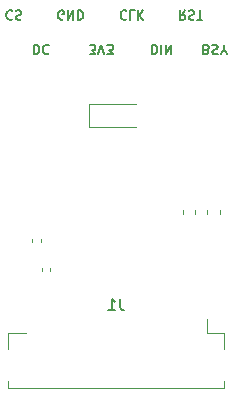
<source format=gbr>
G04 #@! TF.GenerationSoftware,KiCad,Pcbnew,(5.1.9)-1*
G04 #@! TF.CreationDate,2021-02-07T21:53:58-06:00*
G04 #@! TF.ProjectId,epaper-102,65706170-6572-42d3-9130-322e6b696361,rev?*
G04 #@! TF.SameCoordinates,Original*
G04 #@! TF.FileFunction,Legend,Bot*
G04 #@! TF.FilePolarity,Positive*
%FSLAX46Y46*%
G04 Gerber Fmt 4.6, Leading zero omitted, Abs format (unit mm)*
G04 Created by KiCad (PCBNEW (5.1.9)-1) date 2021-02-07 21:53:58*
%MOMM*%
%LPD*%
G01*
G04 APERTURE LIST*
%ADD10C,0.153000*%
%ADD11C,0.120000*%
%ADD12C,0.150000*%
G04 APERTURE END LIST*
D10*
X31109523Y-67338095D02*
X31604761Y-67338095D01*
X31338095Y-67033333D01*
X31452380Y-67033333D01*
X31528571Y-66995238D01*
X31566666Y-66957142D01*
X31604761Y-66880952D01*
X31604761Y-66690476D01*
X31566666Y-66614285D01*
X31528571Y-66576190D01*
X31452380Y-66538095D01*
X31223809Y-66538095D01*
X31147619Y-66576190D01*
X31109523Y-66614285D01*
X31833333Y-67338095D02*
X32100000Y-66538095D01*
X32366666Y-67338095D01*
X32557142Y-67338095D02*
X33052380Y-67338095D01*
X32785714Y-67033333D01*
X32899999Y-67033333D01*
X32976190Y-66995238D01*
X33014285Y-66957142D01*
X33052380Y-66880952D01*
X33052380Y-66690476D01*
X33014285Y-66614285D01*
X32976190Y-66576190D01*
X32899999Y-66538095D01*
X32671428Y-66538095D01*
X32595238Y-66576190D01*
X32557142Y-66614285D01*
X28890476Y-64400000D02*
X28814285Y-64438095D01*
X28700000Y-64438095D01*
X28585714Y-64400000D01*
X28509523Y-64323809D01*
X28471428Y-64247619D01*
X28433333Y-64095238D01*
X28433333Y-63980952D01*
X28471428Y-63828571D01*
X28509523Y-63752380D01*
X28585714Y-63676190D01*
X28700000Y-63638095D01*
X28776190Y-63638095D01*
X28890476Y-63676190D01*
X28928571Y-63714285D01*
X28928571Y-63980952D01*
X28776190Y-63980952D01*
X29271428Y-63638095D02*
X29271428Y-64438095D01*
X29728571Y-63638095D01*
X29728571Y-64438095D01*
X30109523Y-63638095D02*
X30109523Y-64438095D01*
X30300000Y-64438095D01*
X30414285Y-64400000D01*
X30490476Y-64323809D01*
X30528571Y-64247619D01*
X30566666Y-64095238D01*
X30566666Y-63980952D01*
X30528571Y-63828571D01*
X30490476Y-63752380D01*
X30414285Y-63676190D01*
X30300000Y-63638095D01*
X30109523Y-63638095D01*
X36380952Y-66538095D02*
X36380952Y-67338095D01*
X36571428Y-67338095D01*
X36685714Y-67300000D01*
X36761904Y-67223809D01*
X36800000Y-67147619D01*
X36838095Y-66995238D01*
X36838095Y-66880952D01*
X36800000Y-66728571D01*
X36761904Y-66652380D01*
X36685714Y-66576190D01*
X36571428Y-66538095D01*
X36380952Y-66538095D01*
X37180952Y-66538095D02*
X37180952Y-67338095D01*
X37561904Y-66538095D02*
X37561904Y-67338095D01*
X38019047Y-66538095D01*
X38019047Y-67338095D01*
X34223809Y-63714285D02*
X34185714Y-63676190D01*
X34071428Y-63638095D01*
X33995238Y-63638095D01*
X33880952Y-63676190D01*
X33804761Y-63752380D01*
X33766666Y-63828571D01*
X33728571Y-63980952D01*
X33728571Y-64095238D01*
X33766666Y-64247619D01*
X33804761Y-64323809D01*
X33880952Y-64400000D01*
X33995238Y-64438095D01*
X34071428Y-64438095D01*
X34185714Y-64400000D01*
X34223809Y-64361904D01*
X34947619Y-63638095D02*
X34566666Y-63638095D01*
X34566666Y-64438095D01*
X35214285Y-63638095D02*
X35214285Y-64438095D01*
X35671428Y-63638095D02*
X35328571Y-64095238D01*
X35671428Y-64438095D02*
X35214285Y-63980952D01*
X24566666Y-63714285D02*
X24528571Y-63676190D01*
X24414285Y-63638095D01*
X24338095Y-63638095D01*
X24223809Y-63676190D01*
X24147619Y-63752380D01*
X24109523Y-63828571D01*
X24071428Y-63980952D01*
X24071428Y-64095238D01*
X24109523Y-64247619D01*
X24147619Y-64323809D01*
X24223809Y-64400000D01*
X24338095Y-64438095D01*
X24414285Y-64438095D01*
X24528571Y-64400000D01*
X24566666Y-64361904D01*
X24871428Y-63676190D02*
X24985714Y-63638095D01*
X25176190Y-63638095D01*
X25252380Y-63676190D01*
X25290476Y-63714285D01*
X25328571Y-63790476D01*
X25328571Y-63866666D01*
X25290476Y-63942857D01*
X25252380Y-63980952D01*
X25176190Y-64019047D01*
X25023809Y-64057142D01*
X24947619Y-64095238D01*
X24909523Y-64133333D01*
X24871428Y-64209523D01*
X24871428Y-64285714D01*
X24909523Y-64361904D01*
X24947619Y-64400000D01*
X25023809Y-64438095D01*
X25214285Y-64438095D01*
X25328571Y-64400000D01*
X26390476Y-66538095D02*
X26390476Y-67338095D01*
X26580952Y-67338095D01*
X26695238Y-67300000D01*
X26771428Y-67223809D01*
X26809523Y-67147619D01*
X26847619Y-66995238D01*
X26847619Y-66880952D01*
X26809523Y-66728571D01*
X26771428Y-66652380D01*
X26695238Y-66576190D01*
X26580952Y-66538095D01*
X26390476Y-66538095D01*
X27647619Y-66614285D02*
X27609523Y-66576190D01*
X27495238Y-66538095D01*
X27419047Y-66538095D01*
X27304761Y-66576190D01*
X27228571Y-66652380D01*
X27190476Y-66728571D01*
X27152380Y-66880952D01*
X27152380Y-66995238D01*
X27190476Y-67147619D01*
X27228571Y-67223809D01*
X27304761Y-67300000D01*
X27419047Y-67338095D01*
X27495238Y-67338095D01*
X27609523Y-67300000D01*
X27647619Y-67261904D01*
X39210904Y-63638095D02*
X38944238Y-64019047D01*
X38753761Y-63638095D02*
X38753761Y-64438095D01*
X39058523Y-64438095D01*
X39134714Y-64400000D01*
X39172809Y-64361904D01*
X39210904Y-64285714D01*
X39210904Y-64171428D01*
X39172809Y-64095238D01*
X39134714Y-64057142D01*
X39058523Y-64019047D01*
X38753761Y-64019047D01*
X39515666Y-63676190D02*
X39629952Y-63638095D01*
X39820428Y-63638095D01*
X39896619Y-63676190D01*
X39934714Y-63714285D01*
X39972809Y-63790476D01*
X39972809Y-63866666D01*
X39934714Y-63942857D01*
X39896619Y-63980952D01*
X39820428Y-64019047D01*
X39668047Y-64057142D01*
X39591857Y-64095238D01*
X39553761Y-64133333D01*
X39515666Y-64209523D01*
X39515666Y-64285714D01*
X39553761Y-64361904D01*
X39591857Y-64400000D01*
X39668047Y-64438095D01*
X39858523Y-64438095D01*
X39972809Y-64400000D01*
X40201380Y-64438095D02*
X40658523Y-64438095D01*
X40429952Y-63638095D02*
X40429952Y-64438095D01*
X41014333Y-66976142D02*
X41128619Y-66938047D01*
X41166714Y-66899952D01*
X41204809Y-66823761D01*
X41204809Y-66709476D01*
X41166714Y-66633285D01*
X41128619Y-66595190D01*
X41052428Y-66557095D01*
X40747666Y-66557095D01*
X40747666Y-67357095D01*
X41014333Y-67357095D01*
X41090523Y-67319000D01*
X41128619Y-67280904D01*
X41166714Y-67204714D01*
X41166714Y-67128523D01*
X41128619Y-67052333D01*
X41090523Y-67014238D01*
X41014333Y-66976142D01*
X40747666Y-66976142D01*
X41509571Y-66595190D02*
X41623857Y-66557095D01*
X41814333Y-66557095D01*
X41890523Y-66595190D01*
X41928619Y-66633285D01*
X41966714Y-66709476D01*
X41966714Y-66785666D01*
X41928619Y-66861857D01*
X41890523Y-66899952D01*
X41814333Y-66938047D01*
X41661952Y-66976142D01*
X41585761Y-67014238D01*
X41547666Y-67052333D01*
X41509571Y-67128523D01*
X41509571Y-67204714D01*
X41547666Y-67280904D01*
X41585761Y-67319000D01*
X41661952Y-67357095D01*
X41852428Y-67357095D01*
X41966714Y-67319000D01*
X42461952Y-66938047D02*
X42461952Y-66557095D01*
X42195285Y-67357095D02*
X42461952Y-66938047D01*
X42728619Y-67357095D01*
D11*
X27040000Y-85472164D02*
X27040000Y-85687836D01*
X27760000Y-85472164D02*
X27760000Y-85687836D01*
X26240000Y-83012164D02*
X26240000Y-83227836D01*
X26960000Y-83012164D02*
X26960000Y-83227836D01*
X41010000Y-91000000D02*
X42500000Y-91000000D01*
X42500000Y-91000000D02*
X42500000Y-92340000D01*
X25690000Y-91000000D02*
X24200000Y-91000000D01*
X24200000Y-91000000D02*
X24200000Y-92340000D01*
X42500000Y-95060000D02*
X42500000Y-95600000D01*
X42500000Y-95600000D02*
X24200000Y-95600000D01*
X24200000Y-95600000D02*
X24200000Y-95060000D01*
X41010000Y-91000000D02*
X41010000Y-89800000D01*
X31100000Y-73550000D02*
X31100000Y-71550000D01*
X31100000Y-71550000D02*
X35000000Y-71550000D01*
X31100000Y-73550000D02*
X35000000Y-73550000D01*
X41090000Y-80549721D02*
X41090000Y-80875279D01*
X42110000Y-80549721D02*
X42110000Y-80875279D01*
X40010000Y-80875279D02*
X40010000Y-80549721D01*
X38990000Y-80875279D02*
X38990000Y-80549721D01*
D12*
X33683333Y-88052380D02*
X33683333Y-88766666D01*
X33730952Y-88909523D01*
X33826190Y-89004761D01*
X33969047Y-89052380D01*
X34064285Y-89052380D01*
X32683333Y-89052380D02*
X33254761Y-89052380D01*
X32969047Y-89052380D02*
X32969047Y-88052380D01*
X33064285Y-88195238D01*
X33159523Y-88290476D01*
X33254761Y-88338095D01*
M02*

</source>
